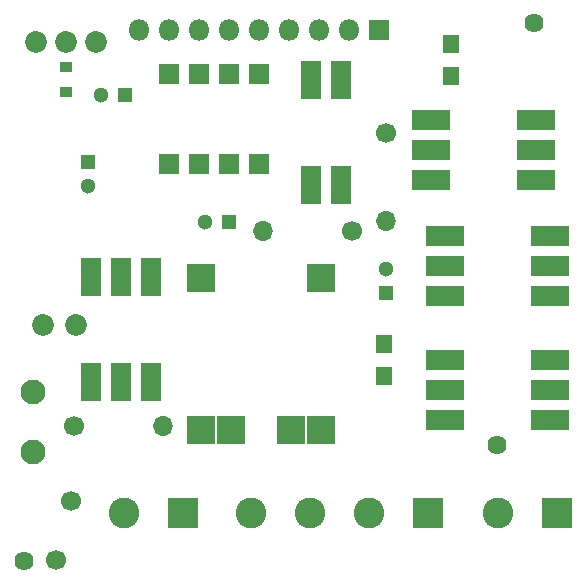
<source format=gts>
G04 #@! TF.GenerationSoftware,KiCad,Pcbnew,5.1.6-c6e7f7d~87~ubuntu18.04.1*
G04 #@! TF.CreationDate,2020-10-13T20:33:34+05:30*
G04 #@! TF.ProjectId,BackEnd_4S_v1,4261636b-456e-4645-9f34-535f76312e6b,rev?*
G04 #@! TF.SameCoordinates,Original*
G04 #@! TF.FileFunction,Soldermask,Top*
G04 #@! TF.FilePolarity,Negative*
%FSLAX46Y46*%
G04 Gerber Fmt 4.6, Leading zero omitted, Abs format (unit mm)*
G04 Created by KiCad (PCBNEW 5.1.6-c6e7f7d~87~ubuntu18.04.1) date 2020-10-13 20:33:34*
%MOMM*%
%LPD*%
G01*
G04 APERTURE LIST*
%ADD10R,1.300000X1.300000*%
%ADD11C,1.300000*%
%ADD12C,1.850000*%
%ADD13C,1.624000*%
%ADD14R,1.700000X3.200000*%
%ADD15R,1.700000X1.700000*%
%ADD16C,2.100000*%
%ADD17R,3.200000X1.700000*%
%ADD18R,1.800000X1.800000*%
%ADD19O,1.800000X1.800000*%
%ADD20C,1.700000*%
%ADD21O,1.700000X1.700000*%
%ADD22R,1.000000X0.900000*%
%ADD23C,2.600000*%
%ADD24R,2.600000X2.600000*%
%ADD25R,1.400000X1.600000*%
%ADD26R,2.386000X2.386000*%
G04 APERTURE END LIST*
D10*
X174160000Y-55339000D03*
D11*
X174160000Y-57339000D03*
D12*
X170308000Y-69140700D03*
X173168000Y-69140700D03*
X172278000Y-45140700D03*
X169738000Y-45140700D03*
X174818000Y-45140700D03*
D13*
X208788000Y-79306400D03*
X168694000Y-89159100D03*
X211894000Y-43596600D03*
D14*
X195610000Y-48369200D03*
X193070000Y-57259200D03*
X193070000Y-48369200D03*
X195610000Y-57259200D03*
D10*
X177264000Y-49662100D03*
D11*
X175264000Y-49662100D03*
D10*
X199400000Y-66400700D03*
D11*
X199400000Y-64400700D03*
D10*
X186063000Y-60383400D03*
D11*
X184063000Y-60383400D03*
D15*
X181049000Y-55524400D03*
X188669000Y-47904400D03*
X183589000Y-55524400D03*
X186129000Y-47904400D03*
X186129000Y-55524400D03*
X183589000Y-47904400D03*
X188669000Y-55524400D03*
X181049000Y-47904400D03*
D16*
X169515000Y-79883000D03*
X169525000Y-74803000D03*
D14*
X179460000Y-65067200D03*
X174380000Y-73957200D03*
X176920000Y-65067200D03*
X176920000Y-73957200D03*
X174380000Y-65067200D03*
X179460000Y-73957200D03*
D17*
X212060000Y-56852800D03*
X203170000Y-51772800D03*
X212060000Y-54312800D03*
X203170000Y-54312800D03*
X212060000Y-51772800D03*
X203170000Y-56852800D03*
X204353000Y-72143600D03*
X213243000Y-77223600D03*
X204353000Y-74683600D03*
X213243000Y-74683600D03*
X204353000Y-77223600D03*
X213243000Y-72143600D03*
X204353000Y-61589900D03*
X213243000Y-66669900D03*
X204353000Y-64129900D03*
X213243000Y-64129900D03*
X204353000Y-66669900D03*
X213243000Y-61589900D03*
D18*
X198780000Y-44145200D03*
D19*
X196240000Y-44145200D03*
X193700000Y-44145200D03*
X191160000Y-44145200D03*
X188620000Y-44145200D03*
X186080000Y-44145200D03*
X183540000Y-44145200D03*
X181000000Y-44145200D03*
X178460000Y-44145200D03*
D20*
X199410000Y-52857400D03*
D21*
X199410000Y-60357400D03*
X180479000Y-77683400D03*
D20*
X172979000Y-77683400D03*
D21*
X188997000Y-61206400D03*
D20*
X196497000Y-61206400D03*
D22*
X172281000Y-49383700D03*
X172281000Y-47283700D03*
D23*
X177179000Y-85095100D03*
D24*
X182179000Y-85095100D03*
X213886000Y-85013800D03*
D23*
X208886000Y-85013800D03*
X197964000Y-85095100D03*
D24*
X202964000Y-85095100D03*
D23*
X192964000Y-85095100D03*
X187964000Y-85095100D03*
D25*
X199179000Y-70747900D03*
X199179000Y-73447900D03*
X204899000Y-48047900D03*
X204899000Y-45347900D03*
D26*
X193858000Y-65131700D03*
X183678000Y-65131700D03*
X193838000Y-78051700D03*
X191298000Y-78051700D03*
X186218000Y-78051700D03*
X183678000Y-78051700D03*
D20*
X171412000Y-89051100D03*
X172712000Y-84051100D03*
M02*

</source>
